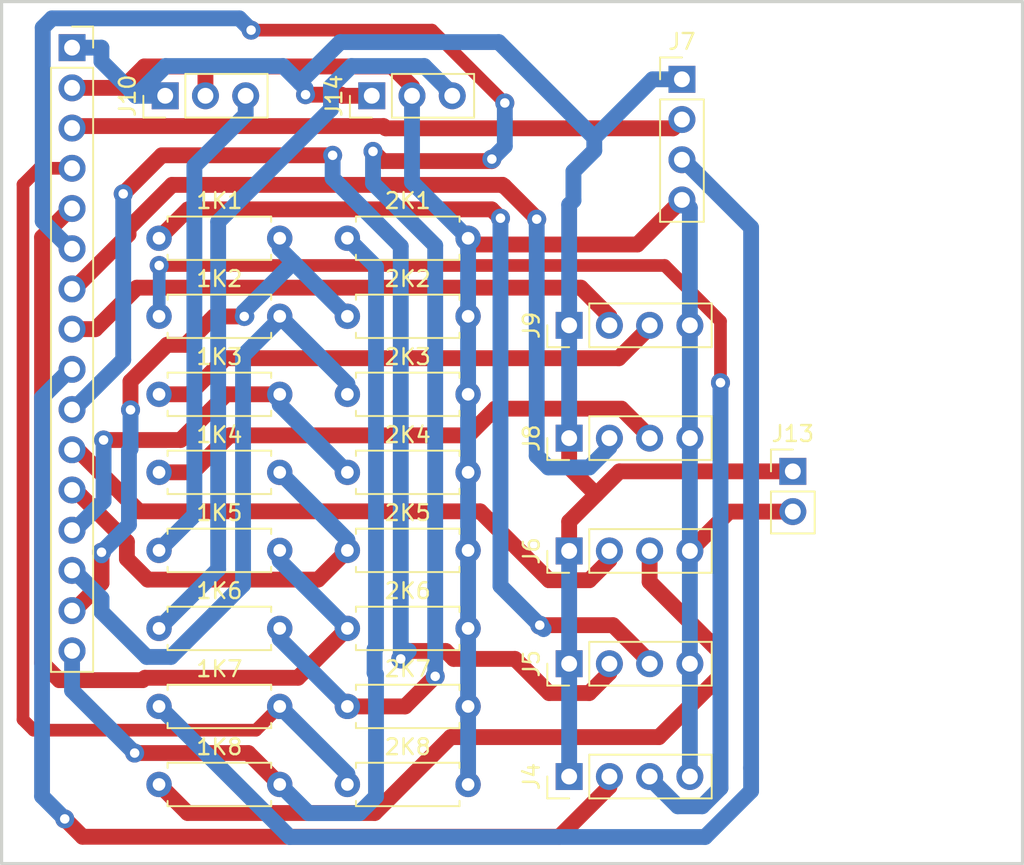
<source format=kicad_pcb>
(kicad_pcb (version 20241229) (generator "pcbnew") (generator_version "9.0")
  (layers (0 "F.Cu" signal) (2 "B.Cu" signal) (13 "F.Paste" user) (15 "B.Paste" user) (5 "F.SilkS" user "F.Silkscreen") (7 "B.SilkS" user "B.Silkscreen") (1 "F.Mask" user) (3 "B.Mask" user) (25 "Edge.Cuts" user))
  (net 0 "")
  (net 1 "Net-(J5-Pin_3)")
  (net 2 "ECHO 2")
  (net 3 "Net-(J4-Pin_3)")
  (net 4 "ECHO 3")
  (net 5 "ECHO 4")
  (net 6 "Net-(J9-Pin_3)")
  (net 7 "Net-(J8-Pin_3)")
  (net 8 "ECHO 5")
  (net 9 "Net-(J10-Pin_3)")
  (net 10 "MQ135 A0")
  (net 11 "Net-(J14-Pin_3)")
  (net 12 "MQ9 A0")
  (net 13 "GPS TX")
  (net 14 "Net-(J7-Pin_3)")
  (net 15 "Net-(J6-Pin_3)")
  (net 16 "ECHO 1")
  (net 17 "GND")
  (net 18 "TRIG 2")
  (net 19 "TRIG 4")
  (net 20 "TRIG 1")
  (net 21 "GPS RX")
  (net 22 "TRIG 3")
  (net 23 "TRIG 5")
  (net 24 "+5V")
  (footprint "Resistor_THT:R_Axial_DIN0207_L6.3mm_D2.5mm_P7.62mm_Horizontal" (layer "F.Cu") (at 151.49 103.8571)
    (property "Reference" "1K3" (at 3.81 -2.37 0) (layer "F.SilkS"))
    (property "Value" "R")
    (pad "1" thru_hole circle (at 0 0) (size 1.6 1.6) (drill 0.8) (layers "*.Cu" "*.Mask") (net 6 "Net-(J9-Pin_3)"))
    (pad "2" thru_hole circle (at 7.62 0) (size 1.6 1.6) (drill 0.8) (layers "*.Cu" "*.Mask") (net 5 "ECHO 4"))
  )
  (footprint "Connector_PinHeader_2.54mm:PinHeader_1x04_P2.54mm_Vertical" (layer "F.Cu") (at 177.38 113.75 90)
    (property "Reference" "J6" (at 0 -2.38 90) (layer "F.SilkS"))
    (property "Value" "US 1")
    (pad "1" thru_hole rect (at 0 0 90) (size 1.7 1.7) (drill 1) (layers "*.Cu" "*.Mask") (net 24 "+5V"))
    (pad "2" thru_hole circle (at 0 2.54 90) (size 1.7 1.7) (drill 1) (layers "*.Cu" "*.Mask") (net 20 "TRIG 1"))
    (pad "3" thru_hole circle (at 0 5.08 90) (size 1.7 1.7) (drill 1) (layers "*.Cu" "*.Mask") (net 15 "Net-(J6-Pin_3)"))
    (pad "4" thru_hole circle (at 0 7.62 90) (size 1.7 1.7) (drill 1) (layers "*.Cu" "*.Mask") (net 17 "GND"))
  )
  (footprint "Resistor_THT:R_Axial_DIN0207_L6.3mm_D2.5mm_P7.62mm_Horizontal" (layer "F.Cu") (at 151.49 118.6429)
    (property "Reference" "1K6" (at 3.81 -2.37 0) (layer "F.SilkS"))
    (property "Value" "R")
    (pad "1" thru_hole circle (at 0 0) (size 1.6 1.6) (drill 0.8) (layers "*.Cu" "*.Mask") (net 11 "Net-(J14-Pin_3)"))
    (pad "2" thru_hole circle (at 7.62 0) (size 1.6 1.6) (drill 0.8) (layers "*.Cu" "*.Mask") (net 12 "MQ9 A0"))
  )
  (footprint "Resistor_THT:R_Axial_DIN0207_L6.3mm_D2.5mm_P7.62mm_Horizontal" (layer "F.Cu") (at 151.49 113.7143)
    (property "Reference" "1K5" (at 3.81 -2.37 0) (layer "F.SilkS"))
    (property "Value" "R")
    (pad "1" thru_hole circle (at 0 0) (size 1.6 1.6) (drill 0.8) (layers "*.Cu" "*.Mask") (net 9 "Net-(J10-Pin_3)"))
    (pad "2" thru_hole circle (at 7.62 0) (size 1.6 1.6) (drill 0.8) (layers "*.Cu" "*.Mask") (net 10 "MQ135 A0"))
  )
  (footprint "Resistor_THT:R_Axial_DIN0207_L6.3mm_D2.5mm_P7.62mm_Horizontal" (layer "F.Cu") (at 151.49 94)
    (property "Reference" "1K1" (at 3.81 -2.37 0) (layer "F.SilkS"))
    (property "Value" "R")
    (pad "1" thru_hole circle (at 0 0) (size 1.6 1.6) (drill 0.8) (layers "*.Cu" "*.Mask") (net 1 "Net-(J5-Pin_3)"))
    (pad "2" thru_hole circle (at 7.62 0) (size 1.6 1.6) (drill 0.8) (layers "*.Cu" "*.Mask") (net 2 "ECHO 2"))
  )
  (footprint "Resistor_THT:R_Axial_DIN0207_L6.3mm_D2.5mm_P7.62mm_Horizontal" (layer "F.Cu") (at 163.38 113.7143)
    (property "Reference" "2K5" (at 3.81 -2.37 0) (layer "F.SilkS"))
    (property "Value" "R")
    (pad "1" thru_hole circle (at 0 0) (size 1.6 1.6) (drill 0.8) (layers "*.Cu" "*.Mask") (net 8 "ECHO 5"))
    (pad "2" thru_hole circle (at 7.62 0) (size 1.6 1.6) (drill 0.8) (layers "*.Cu" "*.Mask") (net 17 "GND"))
  )
  (footprint "Connector_PinHeader_2.54mm:PinHeader_1x04_P2.54mm_Vertical" (layer "F.Cu") (at 177.38 128 90)
    (property "Reference" "J4" (at 0 -2.38 90) (layer "F.SilkS"))
    (property "Value" "US 3")
    (pad "1" thru_hole rect (at 0 0 90) (size 1.7 1.7) (drill 1) (layers "*.Cu" "*.Mask") (net 24 "+5V"))
    (pad "2" thru_hole circle (at 0 2.54 90) (size 1.7 1.7) (drill 1) (layers "*.Cu" "*.Mask") (net 22 "TRIG 3"))
    (pad "3" thru_hole circle (at 0 5.08 90) (size 1.7 1.7) (drill 1) (layers "*.Cu" "*.Mask") (net 3 "Net-(J4-Pin_3)"))
    (pad "4" thru_hole circle (at 0 7.62 90) (size 1.7 1.7) (drill 1) (layers "*.Cu" "*.Mask") (net 17 "GND"))
  )
  (footprint "Resistor_THT:R_Axial_DIN0207_L6.3mm_D2.5mm_P7.62mm_Horizontal" (layer "F.Cu") (at 151.49 108.7857)
    (property "Reference" "1K4" (at 3.81 -2.37 0) (layer "F.SilkS"))
    (property "Value" "R")
    (pad "1" thru_hole circle (at 0 0) (size 1.6 1.6) (drill 0.8) (layers "*.Cu" "*.Mask") (net 7 "Net-(J8-Pin_3)"))
    (pad "2" thru_hole circle (at 7.62 0) (size 1.6 1.6) (drill 0.8) (layers "*.Cu" "*.Mask") (net 8 "ECHO 5"))
  )
  (footprint "Resistor_THT:R_Axial_DIN0207_L6.3mm_D2.5mm_P7.62mm_Horizontal" (layer "F.Cu") (at 151.49 123.5714)
    (property "Reference" "1K7" (at 3.81 -2.37 0) (layer "F.SilkS"))
    (property "Value" "R")
    (pad "1" thru_hole circle (at 0 0) (size 1.6 1.6) (drill 0.8) (layers "*.Cu" "*.Mask") (net 14 "Net-(J7-Pin_3)"))
    (pad "2" thru_hole circle (at 7.62 0) (size 1.6 1.6) (drill 0.8) (layers "*.Cu" "*.Mask") (net 13 "GPS TX"))
  )
  (footprint "Connector_PinHeader_2.54mm:PinHeader_1x03_P2.54mm_Vertical" (layer "F.Cu") (at 164.92 85 90)
    (property "Reference" "J14" (at 0 -2.38 90) (layer "F.SilkS"))
    (property "Value" "MQ-9")
    (pad "1" thru_hole rect (at 0 0 90) (size 1.7 1.7) (drill 1) (layers "*.Cu" "*.Mask") (net 24 "+5V"))
    (pad "2" thru_hole circle (at 0 2.54 90) (size 1.7 1.7) (drill 1) (layers "*.Cu" "*.Mask") (net 17 "GND"))
    (pad "3" thru_hole circle (at 0 5.08 90) (size 1.7 1.7) (drill 1) (layers "*.Cu" "*.Mask") (net 11 "Net-(J14-Pin_3)"))
  )
  (footprint "Connector_PinHeader_2.54mm:PinHeader_1x04_P2.54mm_Vertical" (layer "F.Cu") (at 184.5 83.96)
    (property "Reference" "J7" (at 0 -2.38 0) (layer "F.SilkS"))
    (property "Value" "GPS")
    (pad "1" thru_hole rect (at 0 0) (size 1.7 1.7) (drill 1) (layers "*.Cu" "*.Mask") (net 24 "+5V"))
    (pad "2" thru_hole circle (at 0 2.54) (size 1.7 1.7) (drill 1) (layers "*.Cu" "*.Mask") (net 21 "GPS RX"))
    (pad "3" thru_hole circle (at 0 5.08) (size 1.7 1.7) (drill 1) (layers "*.Cu" "*.Mask") (net 14 "Net-(J7-Pin_3)"))
    (pad "4" thru_hole circle (at 0 7.62) (size 1.7 1.7) (drill 1) (layers "*.Cu" "*.Mask") (net 17 "GND"))
  )
  (footprint "Resistor_THT:R_Axial_DIN0207_L6.3mm_D2.5mm_P7.62mm_Horizontal" (layer "F.Cu") (at 163.38 118.6429)
    (property "Reference" "2K6" (at 3.81 -2.37 0) (layer "F.SilkS"))
    (property "Value" "R")
    (pad "1" thru_hole circle (at 0 0) (size 1.6 1.6) (drill 0.8) (layers "*.Cu" "*.Mask") (net 10 "MQ135 A0"))
    (pad "2" thru_hole circle (at 7.62 0) (size 1.6 1.6) (drill 0.8) (layers "*.Cu" "*.Mask") (net 17 "GND"))
  )
  (footprint "Resistor_THT:R_Axial_DIN0207_L6.3mm_D2.5mm_P7.62mm_Horizontal" (layer "F.Cu") (at 151.49 128.5)
    (property "Reference" "1K8" (at 3.81 -2.37 0) (layer "F.SilkS"))
    (property "Value" "R")
    (pad "1" thru_hole circle (at 0 0) (size 1.6 1.6) (drill 0.8) (layers "*.Cu" "*.Mask") (net 15 "Net-(J6-Pin_3)"))
    (pad "2" thru_hole circle (at 7.62 0) (size 1.6 1.6) (drill 0.8) (layers "*.Cu" "*.Mask") (net 16 "ECHO 1"))
  )
  (footprint "Connector_PinHeader_2.54mm:PinHeader_1x03_P2.54mm_Vertical" (layer "F.Cu") (at 151.88 85 90)
    (property "Reference" "J10" (at 0 -2.38 90) (layer "F.SilkS"))
    (property "Value" "MQ-135")
    (pad "1" thru_hole rect (at 0 0 90) (size 1.7 1.7) (drill 1) (layers "*.Cu" "*.Mask") (net 24 "+5V"))
    (pad "2" thru_hole circle (at 0 2.54 90) (size 1.7 1.7) (drill 1) (layers "*.Cu" "*.Mask") (net 17 "GND"))
    (pad "3" thru_hole circle (at 0 5.08 90) (size 1.7 1.7) (drill 1) (layers "*.Cu" "*.Mask") (net 9 "Net-(J10-Pin_3)"))
  )
  (footprint "Connector_PinHeader_2.54mm:PinHeader_1x04_P2.54mm_Vertical" (layer "F.Cu") (at 177.38 120.875 90)
    (property "Reference" "J5" (at 0 -2.38 90) (layer "F.SilkS"))
    (property "Value" "US 2")
    (pad "1" thru_hole rect (at 0 0 90) (size 1.7 1.7) (drill 1) (layers "*.Cu" "*.Mask") (net 24 "+5V"))
    (pad "2" thru_hole circle (at 0 2.54 90) (size 1.7 1.7) (drill 1) (layers "*.Cu" "*.Mask") (net 18 "TRIG 2"))
    (pad "3" thru_hole circle (at 0 5.08 90) (size 1.7 1.7) (drill 1) (layers "*.Cu" "*.Mask") (net 1 "Net-(J5-Pin_3)"))
    (pad "4" thru_hole circle (at 0 7.62 90) (size 1.7 1.7) (drill 1) (layers "*.Cu" "*.Mask") (net 17 "GND"))
  )
  (footprint "Resistor_THT:R_Axial_DIN0207_L6.3mm_D2.5mm_P7.62mm_Horizontal" (layer "F.Cu") (at 163.38 128.5)
    (property "Reference" "2K8" (at 3.81 -2.37 0) (layer "F.SilkS"))
    (property "Value" "R")
    (pad "1" thru_hole circle (at 0 0) (size 1.6 1.6) (drill 0.8) (layers "*.Cu" "*.Mask") (net 13 "GPS TX"))
    (pad "2" thru_hole circle (at 7.62 0) (size 1.6 1.6) (drill 0.8) (layers "*.Cu" "*.Mask") (net 17 "GND"))
  )
  (footprint "Connector_PinSocket_2.54mm:PinSocket_1x16_P2.54mm_Vertical" (layer "F.Cu") (at 146 81.96)
    (property "Reference" "J1" (hide yes))
    (property "Value" "Conn_01x16_Pin" (hide yes))
    (pad "1" thru_hole rect (at 0 0) (size 1.7 1.7) (drill 1) (layers "*.Cu" "*.Mask") (net 24 "+5V"))
    (pad "2" thru_hole circle (at 0 2.54) (size 1.7 1.7) (drill 1) (layers "*.Cu" "*.Mask") (net 17 "GND"))
    (pad "3" thru_hole circle (at 0 5.08) (size 1.7 1.7) (drill 1) (layers "*.Cu" "*.Mask") (net 21 "GPS RX"))
    (pad "4" thru_hole circle (at 0 7.62) (size 1.7 1.7) (drill 1) (layers "*.Cu" "*.Mask") (net 13 "GPS TX"))
    (pad "5" thru_hole circle (at 0 10.16) (size 1.7 1.7) (drill 1) (layers "*.Cu" "*.Mask") (net 10 "MQ135 A0"))
    (pad "6" thru_hole circle (at 0 12.7) (size 1.7 1.7) (drill 1) (layers "*.Cu" "*.Mask") (net 12 "MQ9 A0"))
    (pad "7" thru_hole circle (at 0 15.24) (size 1.7 1.7) (drill 1) (layers "*.Cu" "*.Mask") (net 23 "TRIG 5"))
    (pad "8" thru_hole circle (at 0 17.78) (size 1.7 1.7) (drill 1) (layers "*.Cu" "*.Mask") (net 19 "TRIG 4"))
    (pad "9" thru_hole circle (at 0 20.32) (size 1.7 1.7) (drill 1) (layers "*.Cu" "*.Mask") (net 22 "TRIG 3"))
    (pad "10" thru_hole circle (at 0 22.86) (size 1.7 1.7) (drill 1) (layers "*.Cu" "*.Mask") (net 18 "TRIG 2"))
    (pad "11" thru_hole circle (at 0 25.4) (size 1.7 1.7) (drill 1) (layers "*.Cu" "*.Mask") (net 20 "TRIG 1"))
    (pad "12" thru_hole circle (at 0 27.94) (size 1.7 1.7) (drill 1) (layers "*.Cu" "*.Mask") (net 8 "ECHO 5"))
    (pad "13" thru_hole circle (at 0 30.48) (size 1.7 1.7) (drill 1) (layers "*.Cu" "*.Mask") (net 5 "ECHO 4"))
    (pad "14" thru_hole circle (at 0 33.02) (size 1.7 1.7) (drill 1) (layers "*.Cu" "*.Mask") (net 4 "ECHO 3"))
    (pad "15" thru_hole circle (at 0 35.56) (size 1.7 1.7) (drill 1) (layers "*.Cu" "*.Mask") (net 2 "ECHO 2"))
    (pad "16" thru_hole circle (at 0 38.1) (size 1.7 1.7) (drill 1) (layers "*.Cu" "*.Mask") (net 16 "ECHO 1"))
  )
  (footprint "Resistor_THT:R_Axial_DIN0207_L6.3mm_D2.5mm_P7.62mm_Horizontal" (layer "F.Cu") (at 163.38 94)
    (property "Reference" "2K1" (at 3.81 -2.37 0) (layer "F.SilkS"))
    (property "Value" "R")
    (pad "1" thru_hole circle (at 0 0) (size 1.6 1.6) (drill 0.8) (layers "*.Cu" "*.Mask") (net 16 "ECHO 1"))
    (pad "2" thru_hole circle (at 7.62 0) (size 1.6 1.6) (drill 0.8) (layers "*.Cu" "*.Mask") (net 17 "GND"))
  )
  (footprint "Resistor_THT:R_Axial_DIN0207_L6.3mm_D2.5mm_P7.62mm_Horizontal" (layer "F.Cu") (at 163.38 103.8571)
    (property "Reference" "2K3" (at 3.81 -2.37 0) (layer "F.SilkS"))
    (property "Value" "R")
    (pad "1" thru_hole circle (at 0 0) (size 1.6 1.6) (drill 0.8) (layers "*.Cu" "*.Mask") (net 4 "ECHO 3"))
    (pad "2" thru_hole circle (at 7.62 0) (size 1.6 1.6) (drill 0.8) (layers "*.Cu" "*.Mask") (net 17 "GND"))
  )
  (footprint "Resistor_THT:R_Axial_DIN0207_L6.3mm_D2.5mm_P7.62mm_Horizontal" (layer "F.Cu") (at 163.38 98.9286)
    (property "Reference" "2K2" (at 3.81 -2.37 0) (layer "F.SilkS"))
    (property "Value" "R")
    (pad "1" thru_hole circle (at 0 0) (size 1.6 1.6) (drill 0.8) (layers "*.Cu" "*.Mask") (net 2 "ECHO 2"))
    (pad "2" thru_hole circle (at 7.62 0) (size 1.6 1.6) (drill 0.8) (layers "*.Cu" "*.Mask") (net 17 "GND"))
  )
  (footprint "Connector_PinHeader_2.54mm:PinHeader_1x04_P2.54mm_Vertical" (layer "F.Cu") (at 177.38 106.625 90)
    (property "Reference" "J8" (at 0 -2.38 90) (layer "F.SilkS"))
    (property "Value" "US 5")
    (pad "1" thru_hole rect (at 0 0 90) (size 1.7 1.7) (drill 1) (layers "*.Cu" "*.Mask") (net 24 "+5V"))
    (pad "2" thru_hole circle (at 0 2.54 90) (size 1.7 1.7) (drill 1) (layers "*.Cu" "*.Mask") (net 23 "TRIG 5"))
    (pad "3" thru_hole circle (at 0 5.08 90) (size 1.7 1.7) (drill 1) (layers "*.Cu" "*.Mask") (net 7 "Net-(J8-Pin_3)"))
    (pad "4" thru_hole circle (at 0 7.62 90) (size 1.7 1.7) (drill 1) (layers "*.Cu" "*.Mask") (net 17 "GND"))
  )
  (footprint "Connector_PinHeader_2.54mm:PinHeader_1x02_P2.54mm_Vertical" (layer "F.Cu") (at 191.5 108.725)
    (property "Reference" "J13" (at 0 -2.38 0) (layer "F.SilkS"))
    (property "Value" "USB")
    (pad "1" thru_hole rect (at 0 0) (size 1.7 1.7) (drill 1) (layers "*.Cu" "*.Mask") (net 24 "+5V"))
    (pad "2" thru_hole circle (at 0 2.54) (size 1.7 1.7) (drill 1) (layers "*.Cu" "*.Mask") (net 17 "GND"))
  )
  (footprint "Connector_PinHeader_2.54mm:PinHeader_1x04_P2.54mm_Vertical" (layer "F.Cu") (at 177.38 99.5 90)
    (property "Reference" "J9" (at 0 -2.38 90) (layer "F.SilkS"))
    (property "Value" "US 4")
    (pad "1" thru_hole rect (at 0 0 90) (size 1.7 1.7) (drill 1) (layers "*.Cu" "*.Mask") (net 24 "+5V"))
    (pad "2" thru_hole circle (at 0 2.54 90) (size 1.7 1.7) (drill 1) (layers "*.Cu" "*.Mask") (net 19 "TRIG 4"))
    (pad "3" thru_hole circle (at 0 5.08 90) (size 1.7 1.7) (drill 1) (layers "*.Cu" "*.Mask") (net 6 "Net-(J9-Pin_3)"))
    (pad "4" thru_hole circle (at 0 7.62 90) (size 1.7 1.7) (drill 1) (layers "*.Cu" "*.Mask") (net 17 "GND"))
  )
  (footprint "Resistor_THT:R_Axial_DIN0207_L6.3mm_D2.5mm_P7.62mm_Horizontal" (layer "F.Cu") (at 163.38 108.7857)
    (property "Reference" "2K4" (at 3.81 -2.37 0) (layer "F.SilkS"))
    (property "Value" "R")
    (pad "1" thru_hole circle (at 0 0) (size 1.6 1.6) (drill 0.8) (layers "*.Cu" "*.Mask") (net 5 "ECHO 4"))
    (pad "2" thru_hole circle (at 7.62 0) (size 1.6 1.6) (drill 0.8) (layers "*.Cu" "*.Mask") (net 17 "GND"))
  )
  (footprint "Resistor_THT:R_Axial_DIN0207_L6.3mm_D2.5mm_P7.62mm_Horizontal" (layer "F.Cu") (at 151.49 98.9286)
    (property "Reference" "1K2" (at 3.81 -2.37 0) (layer "F.SilkS"))
    (property "Value" "R")
    (pad "1" thru_hole circle (at 0 0) (size 1.6 1.6) (drill 0.8) (layers "*.Cu" "*.Mask") (net 3 "Net-(J4-Pin_3)"))
    (pad "2" thru_hole circle (at 7.62 0) (size 1.6 1.6) (drill 0.8) (layers "*.Cu" "*.Mask") (net 4 "ECHO 3"))
  )
  (footprint "Resistor_THT:R_Axial_DIN0207_L6.3mm_D2.5mm_P7.62mm_Horizontal" (layer "F.Cu") (at 163.38 123.5714)
    (property "Reference" "2K7" (at 3.81 -2.37 0) (layer "F.SilkS"))
    (property "Value" "R")
    (pad "1" thru_hole circle (at 0 0) (size 1.6 1.6) (drill 0.8) (layers "*.Cu" "*.Mask") (net 12 "MQ9 A0"))
    (pad "2" thru_hole circle (at 7.62 0) (size 1.6 1.6) (drill 0.8) (layers "*.Cu" "*.Mask") (net 17 "GND"))
  )
  (gr_rect (start 141.550252 79.050252) (end 206 133.5) (stroke (width 0.2)) (fill no) (layer "Edge.Cuts"))
  (segment (start 172.4874 92.1755) (end 173.0438 92.7319) (width 1) (layer "F.Cu") (net 1))
  (segment (start 182.46 120.7519) (end 180.1481 118.44) (width 1) (layer "F.Cu") (net 1))
  (segment (start 182.46 120.875) (end 182.46 120.7519) (width 1) (layer "F.Cu") (net 1))
  (segment (start 180.1481 118.44) (end 175.5228 118.44) (width 1) (layer "F.Cu") (net 1))
  (segment (start 153.3145 92.1755) (end 172.4874 92.1755) (width 1) (layer "F.Cu") (net 1))
  (segment (start 151.49 94) (end 153.3145 92.1755) (width 1) (layer "F.Cu") (net 1))
  (via (at 173.0438 92.7319) (size 1.2) (drill 0.6) (layers "F.Cu" "B.Cu") (net 1))
  (via (at 175.5228 118.44) (size 1.2) (drill 0.6) (layers "F.Cu" "B.Cu") (net 1))
  (segment (start 175.5228 118.44) (end 175.7667 118.6839) (width 1) (layer "B.Cu") (net 1))
  (segment (start 175.5228 118.44) (end 173.0438 115.961) (width 1) (layer "B.Cu") (net 1))
  (segment (start 175.7667 118.6839) (end 175.5228 118.44) (width 1) (layer "B.Cu") (net 1))
  (segment (start 173.0438 115.961) (end 173.0438 92.7319) (width 1) (layer "B.Cu") (net 1))
  (segment (start 151.9973 100.7303) (end 153.1642 100.7303) (width 1) (layer "F.Cu") (net 2))
  (segment (start 153.1642 100.7303) (end 154.9544 98.9401) (width 1) (layer "F.Cu") (net 2))
  (segment (start 147.8593 113.8322) (end 147.8593 114.024) (width 1) (layer "F.Cu") (net 2))
  (segment (start 146.1156 117.52) (end 147.8593 115.7763) (width 1) (layer "F.Cu") (net 2))
  (segment (start 146 117.52) (end 146.1156 117.52) (width 1) (layer "F.Cu") (net 2))
  (segment (start 149.6883 104.8353) (end 149.6905 104.8375) (width 1) (layer "F.Cu") (net 2))
  (segment (start 147.8593 114.024) (end 147.8593 113.8322) (width 1) (layer "F.Cu") (net 2))
  (segment (start 149.6883 104.8353) (end 149.6883 103.0393) (width 1) (layer "F.Cu") (net 2))
  (segment (start 147.8593 115.7763) (end 147.8593 113.8322) (width 1) (layer "F.Cu") (net 2))
  (segment (start 149.6883 103.0393) (end 151.9973 100.7303) (width 1) (layer "F.Cu") (net 2))
  (segment (start 154.9544 98.9401) (end 156.8708 98.9401) (width 1) (layer "F.Cu") (net 2))
  (segment (start 149.6905 104.8375) (end 149.6883 104.8353) (width 1) (layer "F.Cu") (net 2))
  (segment (start 149.6905 104.8375) (end 149.6883 104.8353) (width 1) (layer "F.Cu") (net 2))
  (via (at 147.8593 113.8322) (size 1.2) (drill 0.6) (layers "F.Cu" "B.Cu") (net 2))
  (via (at 149.6905 104.8375) (size 1.2) (drill 0.6) (layers "F.Cu" "B.Cu") (net 2))
  (via (at 156.8708 98.9401) (size 1.2) (drill 0.6) (layers "F.Cu" "B.Cu") (net 2))
  (segment (start 147.8593 113.8322) (end 147.8593 114.024) (width 1) (layer "B.Cu") (net 2))
  (segment (start 157.0032 98.9401) (end 156.8708 98.9401) (width 1) (layer "B.Cu") (net 2))
  (segment (start 156.8249 98.6533) (end 156.8249 98.8942) (width 1) (layer "B.Cu") (net 2))
  (segment (start 149.6905 104.8375) (end 149.6883 104.8353) (width 1) (layer "B.Cu") (net 2))
  (segment (start 159.11 94.5363) (end 159.11 94.3293) (width 1) (layer "B.Cu") (net 2))
  (segment (start 149.6883 104.8353) (end 149.6905 104.8375) (width 1) (layer "B.Cu") (net 2))
  (segment (start 147.8593 114.024) (end 147.8593 113.8322) (width 1) (layer "B.Cu") (net 2))
  (segment (start 159.11 94.6586) (end 159.11 94.5363) (width 1) (layer "B.Cu") (net 2))
  (segment (start 149.6905 107.3062) (end 149.5899 107.4068) (width 1) (layer "B.Cu") (net 2))
  (segment (start 156.8708 98.9401) (end 157.0032 98.9401) (width 1) (layer "B.Cu") (net 2))
  (segment (start 149.5899 107.4068) (end 149.5899 112.1016) (width 1) (layer "B.Cu") (net 2))
  (segment (start 159.9648 95.5134) (end 156.8249 98.6533) (width 1) (layer "B.Cu") (net 2))
  (segment (start 159.9648 95.5134) (end 159.11 94.6586) (width 1) (layer "B.Cu") (net 2))
  (segment (start 149.5899 112.1016) (end 147.8593 113.8322) (width 1) (layer "B.Cu") (net 2))
  (segment (start 149.6905 104.8375) (end 149.6905 107.3062) (width 1) (layer "B.Cu") (net 2))
  (segment (start 159.11 94.3293) (end 159.11 94) (width 1) (layer "B.Cu") (net 2))
  (segment (start 156.8249 98.8942) (end 156.8708 98.9401) (width 1) (layer "B.Cu") (net 2))
  (segment (start 163.38 98.9286) (end 159.9648 95.5134) (width 1) (layer "B.Cu") (net 2))
  (segment (start 183.413046 95.7196) (end 151.5 95.7196) (width 0.8) (layer "F.Cu") (net 3))
  (segment (start 186.9329 103.1214) (end 186.9329 99.239454) (width 0.8) (layer "F.Cu") (net 3))
  (segment (start 186.9329 99.239454) (end 183.413046 95.7196) (width 0.8) (layer "F.Cu") (net 3))
  (via (at 186.9329 103.1214) (size 1.2) (drill 0.6) (layers "F.Cu" "B.Cu") (net 3))
  (via (at 151.5 95.7196) (size 1.2) (drill 0.6) (layers "F.Cu" "B.Cu") (net 3))
  (segment (start 151.5 98.9186) (end 151.49 98.9286) (width 0.8) (layer "B.Cu") (net 3))
  (segment (start 186.9329 128.7218) (end 186.9329 103.1214) (width 1) (layer "B.Cu") (net 3))
  (segment (start 185.7755 129.8792) (end 186.9329 128.7218) (width 1) (layer "B.Cu") (net 3))
  (segment (start 151.5 95.7196) (end 151.5 98.9186) (width 0.8) (layer "B.Cu") (net 3))
  (segment (start 184.2373 129.8792) (end 185.7755 129.8792) (width 1) (layer "B.Cu") (net 3))
  (segment (start 182.46 128) (end 182.46 128.1019) (width 1) (layer "B.Cu") (net 3))
  (segment (start 182.46 128.1019) (end 184.2373 129.8792) (width 1) (layer "B.Cu") (net 3))
  (segment (start 156.793 101.4155) (end 159.11 99.0985) (width 1) (layer "B.Cu") (net 4))
  (segment (start 146.1049 114.98) (end 147.8593 116.7344) (width 1) (layer "B.Cu") (net 4))
  (segment (start 163.38 103.1986) (end 163.38 103.8571) (width 1) (layer "B.Cu") (net 4))
  (segment (start 159.11 98.9286) (end 163.38 103.1986) (width 1) (layer "B.Cu") (net 4))
  (segment (start 146 114.98) (end 146.1049 114.98) (width 1) (layer "B.Cu") (net 4))
  (segment (start 147.8593 117.5936) (end 150.7103 120.4446) (width 1) (layer "B.Cu") (net 4))
  (segment (start 156.793 115.8944) (end 156.793 101.4155) (width 1) (layer "B.Cu") (net 4))
  (segment (start 152.2428 120.4446) (end 156.793 115.8944) (width 1) (layer "B.Cu") (net 4))
  (segment (start 147.8593 116.7344) (end 147.8593 117.5936) (width 1) (layer "B.Cu") (net 4))
  (segment (start 150.7103 120.4446) (end 152.2428 120.4446) (width 1) (layer "B.Cu") (net 4))
  (segment (start 159.11 99.0985) (end 159.11 98.9286) (width 1) (layer "B.Cu") (net 4))
  (segment (start 152.8483 106.744) (end 155.7352 103.8571) (width 1) (layer "F.Cu") (net 5))
  (segment (start 155.7352 103.8571) (end 159.11 103.8571) (width 1) (layer "F.Cu") (net 5))
  (segment (start 147.9896 106.744) (end 152.8483 106.744) (width 1) (layer "F.Cu") (net 5))
  (segment (start 147.9896 106.744) (end 147.9885 106.7429) (width 1) (layer "F.Cu") (net 5))
  (via (at 147.9885 106.7429) (size 1.2) (drill 0.6) (layers "F.Cu" "B.Cu") (net 5))
  (segment (start 146.1485 112.44) (end 146 112.44) (width 1) (layer "B.Cu") (net 5))
  (segment (start 147.9885 110.6) (end 146.1485 112.44) (width 1) (layer "B.Cu") (net 5))
  (segment (start 159.11 104.5157) (end 159.11 103.8571) (width 1) (layer "B.Cu") (net 5))
  (segment (start 147.9885 106.7429) (end 147.9885 110.6) (width 1) (layer "B.Cu") (net 5))
  (segment (start 163.38 108.7857) (end 159.11 104.5157) (width 1) (layer "B.Cu") (net 5))
  (segment (start 151.49 103.8571) (end 153.3991 103.8571) (width 1) (layer "F.Cu") (net 6))
  (segment (start 155.6792 101.577) (end 180.5129 101.577) (width 1) (layer "F.Cu") (net 6))
  (segment (start 153.3991 103.8571) (end 155.6792 101.577) (width 1) (layer "F.Cu") (net 6))
  (segment (start 180.5129 101.577) (end 182.46 99.6299) (width 1) (layer "F.Cu") (net 6))
  (segment (start 182.46 99.6299) (end 182.46 99.5) (width 1) (layer "F.Cu") (net 6))
  (segment (start 153.6136 108.7857) (end 151.49 108.7857) (width 1) (layer "F.Cu") (net 7))
  (segment (start 182.46 106.5449) (end 180.677 104.7619) (width 1) (layer "F.Cu") (net 7))
  (segment (start 155.9483 106.451) (end 153.6136 108.7857) (width 1) (layer "F.Cu") (net 7))
  (segment (start 182.46 106.625) (end 182.46 106.5449) (width 1) (layer "F.Cu") (net 7))
  (segment (start 172.7066 104.7619) (end 171.0175 106.451) (width 1) (layer "F.Cu") (net 7))
  (segment (start 180.677 104.7619) (end 172.7066 104.7619) (width 1) (layer "F.Cu") (net 7))
  (segment (start 171.0175 106.451) (end 155.9483 106.451) (width 1) (layer "F.Cu") (net 7))
  (segment (start 150.775 115.5594) (end 149.461 114.2454) (width 1) (layer "F.Cu") (net 8))
  (segment (start 149.461 114.2454) (end 149.461 113.1687) (width 1) (layer "F.Cu") (net 8))
  (segment (start 146.1923 109.9) (end 146 109.9) (width 1) (layer "F.Cu") (net 8))
  (segment (start 161.5349 115.5594) (end 150.775 115.5594) (width 1) (layer "F.Cu") (net 8))
  (segment (start 149.461 113.1687) (end 146.1923 109.9) (width 1) (layer "F.Cu") (net 8))
  (segment (start 163.38 113.7143) (end 161.5349 115.5594) (width 1) (layer "F.Cu") (net 8))
  (segment (start 159.11 108.7857) (end 163.38 113.0557) (width 1) (layer "B.Cu") (net 8))
  (segment (start 163.38 113.0557) (end 163.38 113.7143) (width 1) (layer "B.Cu") (net 8))
  (segment (start 156.96 86.1957) (end 153.7215 89.4342) (width 1) (layer "B.Cu") (net 9))
  (segment (start 153.7215 111.4828) (end 151.49 113.7143) (width 1) (layer "B.Cu") (net 9))
  (segment (start 153.7215 89.4342) (end 153.7215 111.4828) (width 1) (layer "B.Cu") (net 9))
  (segment (start 156.96 85) (end 156.96 86.1957) (width 1) (layer "B.Cu") (net 9))
  (segment (start 160.2595 121.7634) (end 150.6015 121.7634) (width 1) (layer "F.Cu") (net 10))
  (segment (start 145.1983 121.9128) (end 144.105 120.8195) (width 1) (layer "F.Cu") (net 10))
  (segment (start 150.4521 121.9128) (end 145.1983 121.9128) (width 1) (layer "F.Cu") (net 10))
  (segment (start 145.9199 92.12) (end 146 92.12) (width 1) (layer "F.Cu") (net 10))
  (segment (start 144.105 120.8195) (end 144.105 93.9349) (width 1) (layer "F.Cu") (net 10))
  (segment (start 150.6015 121.7634) (end 150.4521 121.9128) (width 1) (layer "F.Cu") (net 10))
  (segment (start 144.105 93.9349) (end 145.9199 92.12) (width 1) (layer "F.Cu") (net 10))
  (segment (start 163.38 118.6429) (end 160.2595 121.7634) (width 1) (layer "F.Cu") (net 10))
  (segment (start 159.11 114.3729) (end 159.11 114.2506) (width 1) (layer "B.Cu") (net 10))
  (segment (start 163.38 118.6429) (end 159.11 114.3729) (width 1) (layer "B.Cu") (net 10))
  (segment (start 159.11 114.2506) (end 159.11 114.0436) (width 1) (layer "B.Cu") (net 10))
  (segment (start 159.11 114.0436) (end 159.11 113.7143) (width 1) (layer "B.Cu") (net 10))
  (segment (start 169.6217 84.6217) (end 169.6216 84.6217) (width 1) (layer "B.Cu") (net 11))
  (segment (start 163.6343 83.1215) (end 162.3429 84.4129) (width 1) (layer "B.Cu") (net 11))
  (segment (start 155.2232 92.9641) (end 155.2232 114.9097) (width 1) (layer "B.Cu") (net 11))
  (segment (start 162.3429 84.4129) (end 162.3429 85.8444) (width 1) (layer "B.Cu") (net 11))
  (segment (start 162.3429 85.8444) (end 155.2232 92.9641) (width 1) (layer "B.Cu") (net 11))
  (segment (start 169.6216 84.6217) (end 169.6216 84.512) (width 1) (layer "B.Cu") (net 11))
  (segment (start 170 85) (end 169.6217 84.6217) (width 1) (layer "B.Cu") (net 11))
  (segment (start 168.2311 83.1215) (end 163.6343 83.1215) (width 1) (layer "B.Cu") (net 11))
  (segment (start 155.2232 114.9097) (end 151.49 118.6429) (width 1) (layer "B.Cu") (net 11))
  (segment (start 169.6216 84.512) (end 168.2311 83.1215) (width 1) (layer "B.Cu") (net 11))
  (segment (start 164.9979 88.5147) (end 165.6094 89.1262) (width 1) (layer "F.Cu") (net 12))
  (segment (start 172.5 89.1262) (end 172.5 89) (width 1) (layer "F.Cu") (net 12))
  (segment (start 168.7201 80.8543) (end 157.3025 80.8543) (width 0.8) (layer "F.Cu") (net 12))
  (segment (start 173.3183 85.4525) (end 168.7201 80.8543) (width 0.8) (layer "F.Cu") (net 12))
  (segment (start 167.023 123.5714) (end 168.9244 121.67) (width 1) (layer "F.Cu") (net 12))
  (segment (start 165.6094 89.1262) (end 172.5 89.1262) (width 1) (layer "F.Cu") (net 12))
  (segment (start 167.023 123.5714) (end 163.38 123.5714) (width 1) (layer "F.Cu") (net 12))
  (via (at 157.3025 80.8543) (size 1.2) (drill 0.6) (layers "F.Cu" "B.Cu") (net 12))
  (via (at 168.9244 121.67) (size 1.2) (drill 0.6) (layers "F.Cu" "B.Cu") (net 12))
  (via (at 172.5 89) (size 1.2) (drill 0.6) (layers "F.Cu" "B.Cu") (net 12))
  (via (at 173.3183 85.4525) (size 1.2) (drill 0.6) (layers "F.Cu" "B.Cu") (net 12))
  (via (at 164.9979 88.5147) (size 1.2) (drill 0.6) (layers "F.Cu" "B.Cu") (net 12))
  (segment (start 173.3183 85.4525) (end 173.3183 86.5) (width 1) (layer "B.Cu") (net 12))
  (segment (start 145.8841 94.66) (end 144.1483 92.9242) (width 1) (layer "B.Cu") (net 12))
  (segment (start 168.9244 94.456) (end 164.9979 90.5295) (width 1) (layer "B.Cu") (net 12))
  (segment (start 168.9244 121.67) (end 168.9244 94.456) (width 1) (layer "B.Cu") (net 12))
  (segment (start 172.5 89) (end 173.3183 88.1817) (width 1) (layer "B.Cu") (net 12))
  (segment (start 146 94.66) (end 145.8841 94.66) (width 1) (layer "B.Cu") (net 12))
  (segment (start 144.1483 80.6951) (end 144.7351 80.1083) (width 1) (layer "B.Cu") (net 12))
  (segment (start 144.7351 80.1083) (end 156.5565 80.1083) (width 1) (layer "B.Cu") (net 12))
  (segment (start 164.9979 90.5295) (end 164.9979 88.5147) (width 1) (layer "B.Cu") (net 12))
  (segment (start 144.1483 92.9242) (end 144.1483 80.6951) (width 1) (layer "B.Cu") (net 12))
  (segment (start 163.38 123.5714) (end 159.11 119.3014) (width 1) (layer "B.Cu") (net 12))
  (segment (start 173.3183 88.1817) (end 173.3183 86.5) (width 1) (layer "B.Cu") (net 12))
  (segment (start 156.5565 80.1083) (end 157.3025 80.8543) (width 1) (layer "B.Cu") (net 12))
  (segment (start 159.11 119.3014) (end 159.11 118.6429) (width 1) (layer "B.Cu") (net 12))
  (segment (start 143.5724 125.0724) (end 142.904 124.404) (width 0.8) (layer "F.Cu") (net 13))
  (segment (start 142.904 124.404) (end 142.904 90.596) (width 0.8) (layer "F.Cu") (net 13))
  (segment (start 142.904 90.596) (end 143.92 89.58) (width 0.8) (layer "F.Cu") (net 13))
  (segment (start 157.609 125.0724) (end 143.5724 125.0724) (width 0.8) (layer "F.Cu") (net 13))
  (segment (start 159.11 123.5714) (end 157.609 125.0724) (width 0.8) (layer "F.Cu") (net 13))
  (segment (start 143.92 89.58) (end 146 89.58) (width 0.8) (layer "F.Cu") (net 13))
  (segment (start 163.38 127.8414) (end 159.11 123.5714) (width 1) (layer "B.Cu") (net 13))
  (segment (start 163.38 128.5) (end 163.38 127.8414) (width 1) (layer "B.Cu") (net 13))
  (segment (start 188.8657 93.3236) (end 184.5821 89.04) (width 1) (layer "B.Cu") (net 14))
  (segment (start 188.8657 127.4547) (end 188.8657 93.3236) (width 1) (layer "B.Cu") (net 14))
  (segment (start 185.958934 131.8185) (end 188.8657 128.911734) (width 1) (layer "B.Cu") (net 14))
  (segment (start 159.7371 131.8185) (end 185.958934 131.8185) (width 1) (layer "B.Cu") (net 14))
  (segment (start 151.49 123.5714) (end 159.7371 131.8185) (width 1) (layer "B.Cu") (net 14))
  (segment (start 188.8657 128.911734) (end 188.8657 127.4547) (width 1) (layer "B.Cu") (net 14))
  (segment (start 184.5821 89.04) (end 184.5 89.04) (width 1) (layer "B.Cu") (net 14))
  (segment (start 186.8778 120.1222) (end 186.8778 121.6762) (width 1) (layer "F.Cu") (net 15))
  (segment (start 165.1051 130.303) (end 153.293 130.303) (width 1) (layer "F.Cu") (net 15))
  (segment (start 186.8778 121.6762) (end 183.0446 125.5094) (width 1) (layer "F.Cu") (net 15))
  (segment (start 153.293 130.303) (end 151.49 128.5) (width 1) (layer "F.Cu") (net 15))
  (segment (start 182.46 113.75) (end 182.46 115.7044) (width 1) (layer "F.Cu") (net 15))
  (segment (start 169.8987 125.5094) (end 165.1051 130.303) (width 1) (layer "F.Cu") (net 15))
  (segment (start 183.0446 125.5094) (end 169.8987 125.5094) (width 1) (layer "F.Cu") (net 15))
  (segment (start 182.46 115.7044) (end 186.8778 120.1222) (width 1) (layer "F.Cu") (net 15))
  (segment (start 149.9503 126.5168) (end 157.1268 126.5168) (width 1) (layer "F.Cu") (net 16))
  (segment (start 157.1268 126.5168) (end 159.11 128.5) (width 1) (layer "F.Cu") (net 16))
  (via (at 149.9503 126.5168) (size 1.2) (drill 0.6) (layers "F.Cu" "B.Cu") (net 16))
  (segment (start 163.38 94) (end 165.1868 95.8068) (width 1) (layer "B.Cu") (net 16))
  (segment (start 164.139 130.3116) (end 160.9216 130.3116) (width 1) (layer "B.Cu") (net 16))
  (segment (start 165.0987 121.4579) (end 165.1868 121.546) (width 1) (layer "B.Cu") (net 16))
  (segment (start 165.1868 121.546) (end 165.1868 129.2638) (width 1) (layer "B.Cu") (net 16))
  (segment (start 165.0987 119.9549) (end 165.0987 121.4579) (width 1) (layer "B.Cu") (net 16))
  (segment (start 165.1868 129.2638) (end 164.139 130.3116) (width 1) (layer "B.Cu") (net 16))
  (segment (start 160.9216 130.3116) (end 159.11 128.5) (width 1) (layer "B.Cu") (net 16))
  (segment (start 165.1868 119.8668) (end 165.0987 119.9549) (width 1) (layer "B.Cu") (net 16))
  (segment (start 165.1868 95.8068) (end 165.1868 119.8668) (width 1) (layer "B.Cu") (net 16))
  (segment (start 146 122.5665) (end 149.9503 126.5168) (width 1) (layer "B.Cu") (net 16))
  (segment (start 146 120.06) (end 146 122.5665) (width 1) (layer "B.Cu") (net 16))
  (segment (start 166.1892 83.1483) (end 167.46 84.4191) (width 1) (layer "F.Cu") (net 17))
  (segment (start 154.42 83.1483) (end 166.1892 83.1483) (width 1) (layer "F.Cu") (net 17))
  (segment (start 185 113.75) (end 187.485 111.265) (width 1) (layer "F.Cu") (net 17))
  (segment (start 184.5 91.58) (end 181.6855 94.3945) (width 1) (layer "F.Cu") (net 17))
  (segment (start 171.3945 94.3945) (end 171 94) (width 1) (layer "F.Cu") (net 17))
  (segment (start 150.56 83.1483) (end 154.42 83.1483) (width 1) (layer "F.Cu") (net 17))
  (segment (start 187.485 111.265) (end 191.5 111.265) (width 1) (layer "F.Cu") (net 17))
  (segment (start 167.46 84.4191) (end 167.46 85) (width 1) (layer "F.Cu") (net 17))
  (segment (start 181.6855 94.3945) (end 171.3945 94.3945) (width 1) (layer "F.Cu") (net 17))
  (segment (start 154.42 85) (end 154.42 83.1483) (width 1) (layer "F.Cu") (net 17))
  (segment (start 146 84.5) (end 149.2083 84.5) (width 1) (layer "F.Cu") (net 17))
  (segment (start 149.2083 84.5) (end 150.56 83.1483) (width 1) (layer "F.Cu") (net 17))
  (segment (start 171 94) (end 171 98.9286) (width 1) (layer "B.Cu") (net 17))
  (segment (start 171 113.7143) (end 171 108.7857) (width 1) (layer "B.Cu") (net 17))
  (segment (start 185 106.1328) (end 185 113.75) (width 1) (layer "B.Cu") (net 17))
  (segment (start 171 123.5714) (end 171 118.6429) (width 1) (layer "B.Cu") (net 17))
  (segment (start 171 128.5) (end 171 123.5714) (width 1) (layer "B.Cu") (net 17))
  (segment (start 171 108.7857) (end 171 103.8571) (width 1) (layer "B.Cu") (net 17))
  (segment (start 185 92.08) (end 185 99.5) (width 1) (layer "B.Cu") (net 17))
  (segment (start 167.46 90.46) (end 167.46 85) (width 1) (layer "B.Cu") (net 17))
  (segment (start 184.5 91.58) (end 185 92.08) (width 1) (layer "B.Cu") (net 17))
  (segment (start 185 113.75) (end 185 120.875) (width 1) (layer "B.Cu") (net 17))
  (segment (start 171 94) (end 167.46 90.46) (width 1) (layer "B.Cu") (net 17))
  (segment (start 185 106.1328) (end 185 99.5) (width 1) (layer "B.Cu") (net 17))
  (segment (start 171 103.8571) (end 171 98.9286) (width 1) (layer "B.Cu") (net 17))
  (segment (start 185 120.875) (end 185 128) (width 1) (layer "B.Cu") (net 17))
  (segment (start 171 118.6429) (end 171 113.7143) (width 1) (layer "B.Cu") (net 17))
  (segment (start 185 106.625) (end 185 106.1328) (width 1) (layer "B.Cu") (net 17))
  (segment (start 179.92 120.875) (end 179.92 121.4532) (width 1) (layer "F.Cu") (net 18))
  (segment (start 151.6624 88.76) (end 162.449 88.76) (width 1) (layer "F.Cu") (net 18))
  (segment (start 170.0896 120.57) (end 169.5879 120.0683) (width 1) (layer "F.Cu") (net 18))
  (segment (start 151.6624 88.76) (end 149.2296 91.1928) (width 1) (layer "F.Cu") (net 18))
  (segment (start 167.2504 120.0683) (end 166.7488 120.5699) (width 1) (layer "F.Cu") (net 18))
  (segment (start 176.1151 122.7267) (end 173.9584 120.57) (width 1) (layer "F.Cu") (net 18))
  (segment (start 167.2504 120.0683) (end 166.7488 120.5699) (width 1) (layer "F.Cu") (net 18))
  (segment (start 173.9584 120.57) (end 170.0896 120.57) (width 1) (layer "F.Cu") (net 18))
  (segment (start 169.5879 120.0683) (end 167.2504 120.0683) (width 1) (layer "F.Cu") (net 18))
  (segment (start 179.92 121.4532) (end 178.6465 122.7267) (width 1) (layer "F.Cu") (net 18))
  (segment (start 166.7488 120.5699) (end 167.2504 120.0683) (width 1) (layer "F.Cu") (net 18))
  (segment (start 178.6465 122.7267) (end 176.1151 122.7267) (width 1) (layer "F.Cu") (net 18))
  (via (at 162.449 88.76) (size 1.2) (drill 0.6) (layers "F.Cu" "B.Cu") (net 18))
  (via (at 166.7488 120.5699) (size 1.2) (drill 0.6) (layers "F.Cu" "B.Cu") (net 18))
  (via (at 149.2296 91.1928) (size 1.2) (drill 0.6) (layers "F.Cu" "B.Cu") (net 18))
  (segment (start 149.2296 101.6745) (end 149.2296 91.1928) (width 1) (layer "B.Cu") (net 18))
  (segment (start 146 104.82) (end 146.0841 104.82) (width 1) (layer "B.Cu") (net 18))
  (segment (start 166.7488 94.5086) (end 166.7488 120.5699) (width 1) (layer "B.Cu") (net 18))
  (segment (start 146.0841 104.82) (end 149.2296 101.6745) (width 1) (layer "B.Cu") (net 18))
  (segment (start 167.2504 120.0683) (end 166.7488 120.5699) (width 1) (layer "B.Cu") (net 18))
  (segment (start 162.449 90.2088) (end 166.7488 94.5086) (width 1) (layer "B.Cu") (net 18))
  (segment (start 162.449 88.76) (end 162.449 90.2088) (width 1) (layer "B.Cu") (net 18))
  (segment (start 166.7488 120.5699) (end 167.2504 120.0683) (width 1) (layer "B.Cu") (net 18))
  (segment (start 146 99.74) (end 147.4718 99.74) (width 1) (layer "F.Cu") (net 19))
  (segment (start 147.4718 99.74) (end 150.0922 97.1196) (width 1) (layer "F.Cu") (net 19))
  (segment (start 178.1165 97.1196) (end 179.92 98.9231) (width 1) (layer "F.Cu") (net 19))
  (segment (start 150.0922 97.1196) (end 178.1165 97.1196) (width 1) (layer "F.Cu") (net 19))
  (segment (start 179.92 98.9231) (end 179.92 99.5) (width 1) (layer "F.Cu") (net 19))
  (segment (start 171.7634 111.25) (end 176.1151 115.6017) (width 1) (layer "F.Cu") (net 20))
  (segment (start 176.1151 115.6017) (end 178.6485 115.6017) (width 1) (layer "F.Cu") (net 20))
  (segment (start 178.6485 115.6017) (end 179.92 114.3302) (width 1) (layer "F.Cu") (net 20))
  (segment (start 150.2305 111.25) (end 171.7634 111.25) (width 1) (layer "F.Cu") (net 20))
  (segment (start 146.3405 107.36) (end 150.2305 111.25) (width 1) (layer "F.Cu") (net 20))
  (segment (start 146 107.36) (end 146.3405 107.36) (width 1) (layer "F.Cu") (net 20))
  (segment (start 179.92 114.3302) (end 179.92 113.75) (width 1) (layer "F.Cu") (net 20))
  (segment (start 165.6614 86.913) (end 146.127 86.913) (width 1) (layer "F.Cu") (net 21))
  (segment (start 183.9458 87.0542) (end 165.8026 87.0542) (width 1) (layer "F.Cu") (net 21))
  (segment (start 146.127 86.913) (end 146 87.04) (width 1) (layer "F.Cu") (net 21))
  (segment (start 184.5 86.5) (end 183.9458 87.0542) (width 1) (layer "F.Cu") (net 21))
  (segment (start 165.8026 87.0542) (end 165.6614 86.913) (width 1) (layer "F.Cu") (net 21))
  (segment (start 146.6649 131.8047) (end 176.7589 131.8047) (width 1) (layer "F.Cu") (net 22))
  (segment (start 145.5366 130.6764) (end 146.6649 131.8047) (width 1) (layer "F.Cu") (net 22))
  (segment (start 179.92 128.6436) (end 179.92 128) (width 1) (layer "F.Cu") (net 22))
  (segment (start 176.7589 131.8047) (end 179.92 128.6436) (width 1) (layer "F.Cu") (net 22))
  (via (at 145.5366 130.6764) (size 1.2) (drill 0.6) (layers "F.Cu" "B.Cu") (net 22))
  (segment (start 144.105 104.0594) (end 144.105 129.2448) (width 1) (layer "B.Cu") (net 22))
  (segment (start 144.105 129.2448) (end 145.5366 130.6764) (width 1) (layer "B.Cu") (net 22))
  (segment (start 145.8844 102.28) (end 144.105 104.0594) (width 1) (layer "B.Cu") (net 22))
  (segment (start 146 102.28) (end 145.8844 102.28) (width 1) (layer "B.Cu") (net 22))
  (segment (start 149.5611 93.7545) (end 146.1156 97.2) (width 1) (layer "F.Cu") (net 23))
  (segment (start 149.5611 93.3792) (end 149.5611 93.7545) (width 1) (layer "F.Cu") (net 23))
  (segment (start 173.1655 90.6272) (end 152.3131 90.6272) (width 1) (layer "F.Cu") (net 23))
  (segment (start 173.1655 90.6272) (end 173.2364 90.6981) (width 1) (layer "F.Cu") (net 23))
  (segment (start 173.2752 90.6981) (end 173.2364 90.6981) (width 1) (layer "F.Cu") (net 23))
  (segment (start 173.2752 90.6981) (end 175.3311 92.754) (width 1) (layer "F.Cu") (net 23))
  (segment (start 173.1655 90.6272) (end 173.2364 90.6981) (width 1) (layer "F.Cu") (net 23))
  (segment (start 175.3311 92.754) (end 175.3311 92.7928) (width 1) (layer "F.Cu") (net 23))
  (segment (start 146.1156 97.2) (end 146 97.2) (width 1) (layer "F.Cu") (net 23))
  (segment (start 173.2364 90.6981) (end 173.1655 90.6272) (width 1) (layer "F.Cu") (net 23))
  (segment (start 152.3131 90.6272) (end 149.5611 93.3792) (width 1) (layer "F.Cu") (net 23))
  (via (at 175.3311 92.7928) (size 1.2) (drill 0.6) (layers "F.Cu" "B.Cu") (net 23))
  (segment (start 176.0631 108.4767) (end 178.6485 108.4767) (width 1) (layer "B.Cu") (net 23))
  (segment (start 175.3311 92.7928) (end 175.3311 107.7447) (width 1) (layer "B.Cu") (net 23))
  (segment (start 175.3311 107.7447) (end 176.0631 108.4767) (width 1) (layer "B.Cu") (net 23))
  (segment (start 179.92 107.2052) (end 179.92 106.625) (width 1) (layer "B.Cu") (net 23))
  (segment (start 178.6485 108.4767) (end 179.92 107.2052) (width 1) (layer "B.Cu") (net 23))
  (segment (start 179.0908 110.1875) (end 177.38 108.4767) (width 1) (layer "F.Cu") (net 24))
  (segment (start 162.9998 84.9315) (end 163.0683 85) (width 1) (layer "F.Cu") (net 24))
  (segment (start 191.5 108.725) (end 180.5533 108.725) (width 1) (layer "F.Cu") (net 24))
  (segment (start 164.92 85) (end 163.0683 85) (width 1) (layer "F.Cu") (net 24))
  (segment (start 177.38 106.625) (end 177.38 108.4767) (width 1) (layer "F.Cu") (net 24))
  (segment (start 160.7395 84.9315) (end 162.9998 84.9315) (width 1) (layer "F.Cu") (net 24))
  (segment (start 179.0908 110.1875) (end 177.38 111.8983) (width 1) (layer "F.Cu") (net 24))
  (segment (start 180.5533 108.725) (end 179.0908 110.1875) (width 1) (layer "F.Cu") (net 24))
  (segment (start 177.38 113.75) (end 177.38 111.8983) (width 1) (layer "F.Cu") (net 24))
  (via (at 160.7395 84.9315) (size 1.2) (drill 0.6) (layers "F.Cu" "B.Cu") (net 24))
  (segment (start 177.38 113.75) (end 177.38 120.875) (width 1) (layer "B.Cu") (net 24))
  (segment (start 159.3235 83.1218) (end 151.9065 83.1218) (width 1) (layer "B.Cu") (net 24))
  (segment (start 147.8517 81.96) (end 147.8517 82.8234) (width 1) (layer "B.Cu") (net 24))
  (segment (start 160.7395 84.9315) (end 160.7395 84.5378) (width 1) (layer "B.Cu") (net 24))
  (segment (start 178.966 87.6423) (end 182.6483 83.96) (width 1) (layer "B.Cu") (net 24))
  (segment (start 177.38 99.5) (end 177.38 91.8843) (width 1) (layer "B.Cu") (net 24))
  (segment (start 146 81.96) (end 147.8517 81.96) (width 1) (layer "B.Cu") (net 24))
  (segment (start 178.966 88.4598) (end 178.966 87.6424) (width 1) (layer "B.Cu") (net 24))
  (segment (start 178.966 87.6424) (end 178.966 87.6423) (width 1) (layer "B.Cu") (net 24))
  (segment (start 177.651 91.6133) (end 177.651 89.7748) (width 1) (layer "B.Cu") (net 24))
  (segment (start 177.38 120.875) (end 177.38 128) (width 1) (layer "B.Cu") (net 24))
  (segment (start 177.651 89.7748) (end 178.966 88.4598) (width 1) (layer "B.Cu") (net 24))
  (segment (start 151.9065 83.1218) (end 150.0283 85) (width 1) (layer "B.Cu") (net 24))
  (segment (start 160.7395 84.5378) (end 160.3712 84.1695) (width 1) (layer "B.Cu") (net 24))
  (segment (start 151.88 85) (end 150.0283 85) (width 1) (layer "B.Cu") (net 24))
  (segment (start 177.38 91.8843) (end 177.651 91.6133) (width 1) (layer "B.Cu") (net 24))
  (segment (start 160.3712 84.1695) (end 159.3235 83.1218) (width 1) (layer "B.Cu") (net 24))
  (segment (start 184.5 83.96) (end 182.6483 83.96) (width 1) (layer "B.Cu") (net 24))
  (segment (start 172.9332 81.6096) (end 162.9311 81.6096) (width 1) (layer "B.Cu") (net 24))
  (segment (start 178.966 87.6423) (end 172.9332 81.6096) (width 1) (layer "B.Cu") (net 24))
  (segment (start 162.9311 81.6096) (end 160.3712 84.1695) (width 1) (layer "B.Cu") (net 24))
  (segment (start 147.8517 82.8234) (end 150.0283 85) (width 1) (layer "B.Cu") (net 24))
  (segment (start 177.38 99.5) (end 177.38 106.625) (width 1) (layer "B.Cu") (net 24))
)
</source>
